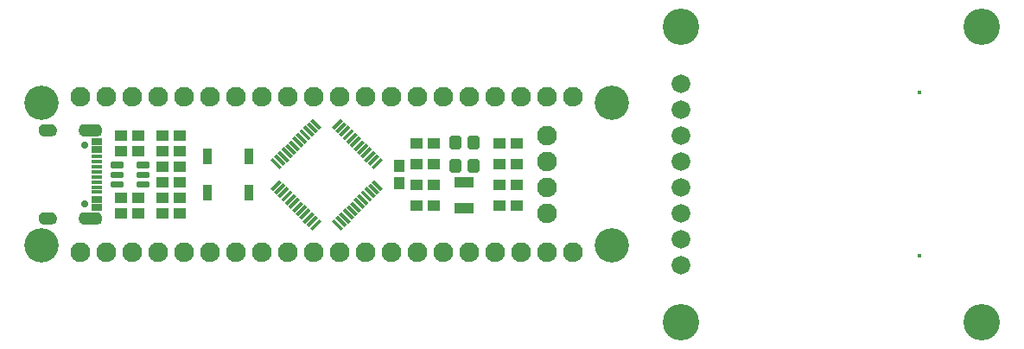
<source format=gbr>
G04 EAGLE Gerber RS-274X export*
G75*
%MOMM*%
%FSLAX34Y34*%
%LPD*%
%INSoldermask Top*%
%IPPOS*%
%AMOC8*
5,1,8,0,0,1.08239X$1,22.5*%
G01*
%ADD10R,0.350800X1.250800*%
%ADD11R,1.250800X0.350800*%
%ADD12R,1.050800X0.350800*%
%ADD13R,1.050800X0.650800*%
%ADD14C,0.700800*%
%ADD15R,1.150800X1.050800*%
%ADD16C,0.414550*%
%ADD17R,1.050800X1.150800*%
%ADD18C,0.598416*%
%ADD19C,1.930400*%
%ADD20R,0.950800X1.650800*%
%ADD21R,1.850800X1.050800*%
%ADD22C,0.450800*%
%ADD23C,1.828800*%
%ADD24C,3.566800*%
%ADD25C,3.352800*%

G36*
X-225446Y37154D02*
X-225446Y37154D01*
X-225443Y37151D01*
X-224321Y37306D01*
X-224316Y37311D01*
X-224312Y37308D01*
X-223241Y37679D01*
X-223237Y37685D01*
X-223232Y37683D01*
X-222255Y38256D01*
X-222252Y38262D01*
X-222247Y38261D01*
X-221400Y39014D01*
X-221398Y39021D01*
X-221393Y39021D01*
X-220709Y39924D01*
X-220709Y39931D01*
X-220704Y39932D01*
X-220209Y40951D01*
X-220211Y40958D01*
X-220206Y40960D01*
X-219919Y42057D01*
X-219921Y42061D01*
X-219919Y42062D01*
X-219921Y42064D01*
X-219918Y42066D01*
X-219851Y43197D01*
X-219853Y43201D01*
X-219851Y43203D01*
X-219918Y44334D01*
X-219923Y44339D01*
X-219919Y44343D01*
X-220206Y45440D01*
X-220212Y45444D01*
X-220209Y45449D01*
X-220704Y46468D01*
X-220710Y46471D01*
X-220709Y46476D01*
X-221393Y47379D01*
X-221400Y47381D01*
X-221400Y47386D01*
X-222247Y48139D01*
X-222254Y48139D01*
X-222255Y48144D01*
X-223232Y48717D01*
X-223239Y48716D01*
X-223241Y48721D01*
X-224312Y49092D01*
X-224318Y49089D01*
X-224321Y49094D01*
X-225443Y49249D01*
X-225448Y49246D01*
X-225450Y49249D01*
X-237450Y49249D01*
X-237455Y49246D01*
X-237458Y49249D01*
X-238725Y49044D01*
X-238731Y49038D01*
X-238736Y49041D01*
X-239925Y48559D01*
X-239929Y48552D01*
X-239935Y48554D01*
X-240988Y47820D01*
X-240990Y47812D01*
X-240996Y47813D01*
X-241859Y46863D01*
X-241860Y46854D01*
X-241865Y46854D01*
X-242495Y45735D01*
X-242494Y45727D01*
X-242500Y45725D01*
X-242865Y44495D01*
X-242862Y44487D01*
X-242867Y44484D01*
X-242949Y43203D01*
X-242947Y43199D01*
X-242949Y43197D01*
X-242867Y41916D01*
X-242861Y41910D01*
X-242865Y41905D01*
X-242500Y40675D01*
X-242493Y40670D01*
X-242495Y40665D01*
X-241865Y39546D01*
X-241858Y39543D01*
X-241859Y39537D01*
X-240996Y38587D01*
X-240988Y38586D01*
X-240988Y38580D01*
X-239935Y37846D01*
X-239927Y37846D01*
X-239925Y37841D01*
X-238736Y37359D01*
X-238728Y37361D01*
X-238725Y37356D01*
X-237458Y37151D01*
X-237453Y37154D01*
X-237450Y37151D01*
X-225450Y37151D01*
X-225446Y37154D01*
G37*
G36*
X-225446Y-49246D02*
X-225446Y-49246D01*
X-225443Y-49249D01*
X-224321Y-49094D01*
X-224316Y-49089D01*
X-224312Y-49092D01*
X-223241Y-48721D01*
X-223237Y-48715D01*
X-223232Y-48717D01*
X-222255Y-48144D01*
X-222252Y-48138D01*
X-222247Y-48139D01*
X-221400Y-47386D01*
X-221398Y-47379D01*
X-221393Y-47379D01*
X-220709Y-46476D01*
X-220709Y-46469D01*
X-220704Y-46468D01*
X-220209Y-45449D01*
X-220211Y-45442D01*
X-220206Y-45440D01*
X-219919Y-44343D01*
X-219921Y-44339D01*
X-219919Y-44338D01*
X-219921Y-44336D01*
X-219918Y-44334D01*
X-219851Y-43203D01*
X-219853Y-43199D01*
X-219851Y-43197D01*
X-219918Y-42066D01*
X-219923Y-42061D01*
X-219919Y-42057D01*
X-220206Y-40960D01*
X-220212Y-40956D01*
X-220209Y-40951D01*
X-220704Y-39932D01*
X-220710Y-39929D01*
X-220709Y-39924D01*
X-221393Y-39021D01*
X-221400Y-39019D01*
X-221400Y-39014D01*
X-222247Y-38261D01*
X-222254Y-38261D01*
X-222255Y-38256D01*
X-223232Y-37683D01*
X-223239Y-37684D01*
X-223241Y-37679D01*
X-224312Y-37308D01*
X-224318Y-37311D01*
X-224321Y-37306D01*
X-225443Y-37151D01*
X-225448Y-37154D01*
X-225450Y-37151D01*
X-237450Y-37151D01*
X-237455Y-37154D01*
X-237458Y-37151D01*
X-238725Y-37356D01*
X-238731Y-37362D01*
X-238736Y-37359D01*
X-239925Y-37841D01*
X-239929Y-37848D01*
X-239935Y-37846D01*
X-240988Y-38580D01*
X-240990Y-38588D01*
X-240996Y-38587D01*
X-241859Y-39537D01*
X-241860Y-39546D01*
X-241865Y-39546D01*
X-242495Y-40665D01*
X-242494Y-40673D01*
X-242500Y-40675D01*
X-242865Y-41905D01*
X-242862Y-41913D01*
X-242867Y-41916D01*
X-242949Y-43197D01*
X-242947Y-43201D01*
X-242949Y-43203D01*
X-242867Y-44484D01*
X-242861Y-44490D01*
X-242865Y-44495D01*
X-242500Y-45725D01*
X-242493Y-45730D01*
X-242495Y-45735D01*
X-241865Y-46854D01*
X-241858Y-46857D01*
X-241859Y-46863D01*
X-240996Y-47813D01*
X-240988Y-47814D01*
X-240988Y-47820D01*
X-239935Y-48554D01*
X-239927Y-48554D01*
X-239925Y-48559D01*
X-238736Y-49041D01*
X-238728Y-49039D01*
X-238725Y-49044D01*
X-237458Y-49249D01*
X-237453Y-49246D01*
X-237450Y-49249D01*
X-225450Y-49249D01*
X-225446Y-49246D01*
G37*
G36*
X-270247Y37153D02*
X-270247Y37153D01*
X-270245Y37151D01*
X-269069Y37262D01*
X-269064Y37267D01*
X-269060Y37264D01*
X-267928Y37602D01*
X-267924Y37608D01*
X-267919Y37606D01*
X-266875Y38158D01*
X-266872Y38165D01*
X-266867Y38163D01*
X-265951Y38909D01*
X-265950Y38916D01*
X-265944Y38916D01*
X-265191Y39826D01*
X-265191Y39833D01*
X-265186Y39834D01*
X-264625Y40873D01*
X-264626Y40878D01*
X-264622Y40880D01*
X-264623Y40881D01*
X-264621Y40882D01*
X-264274Y42011D01*
X-264274Y42012D01*
X-264273Y42013D01*
X-264276Y42017D01*
X-264272Y42020D01*
X-264151Y43195D01*
X-264155Y43202D01*
X-264151Y43206D01*
X-264308Y44546D01*
X-264313Y44552D01*
X-264310Y44557D01*
X-264761Y45828D01*
X-264768Y45833D01*
X-264766Y45838D01*
X-265488Y46977D01*
X-265496Y46980D01*
X-265495Y46986D01*
X-266453Y47936D01*
X-266461Y47937D01*
X-266462Y47943D01*
X-267607Y48656D01*
X-267616Y48655D01*
X-267617Y48661D01*
X-268893Y49101D01*
X-268900Y49099D01*
X-268903Y49103D01*
X-270245Y49249D01*
X-270248Y49247D01*
X-270250Y49249D01*
X-276250Y49249D01*
X-276254Y49247D01*
X-276256Y49249D01*
X-277585Y49094D01*
X-277591Y49088D01*
X-277595Y49091D01*
X-278856Y48644D01*
X-278861Y48637D01*
X-278866Y48639D01*
X-279996Y47922D01*
X-279999Y47915D01*
X-280005Y47916D01*
X-280947Y46966D01*
X-280948Y46957D01*
X-280954Y46957D01*
X-281661Y45821D01*
X-281660Y45813D01*
X-281666Y45811D01*
X-282102Y44546D01*
X-282100Y44538D01*
X-282105Y44536D01*
X-282249Y43205D01*
X-282245Y43199D01*
X-282249Y43195D01*
X-282139Y42029D01*
X-282134Y42024D01*
X-282137Y42020D01*
X-281802Y40897D01*
X-281796Y40893D01*
X-281798Y40889D01*
X-281250Y39853D01*
X-281244Y39850D01*
X-281245Y39845D01*
X-280506Y38937D01*
X-280499Y38935D01*
X-280499Y38930D01*
X-279597Y38183D01*
X-279590Y38183D01*
X-279589Y38178D01*
X-278558Y37621D01*
X-278551Y37622D01*
X-278549Y37617D01*
X-277430Y37273D01*
X-277423Y37275D01*
X-277420Y37271D01*
X-276255Y37151D01*
X-276252Y37153D01*
X-276250Y37151D01*
X-270250Y37151D01*
X-270247Y37153D01*
G37*
G36*
X-270247Y-49247D02*
X-270247Y-49247D01*
X-270245Y-49249D01*
X-269069Y-49138D01*
X-269064Y-49133D01*
X-269060Y-49136D01*
X-267928Y-48798D01*
X-267924Y-48792D01*
X-267919Y-48794D01*
X-266875Y-48242D01*
X-266872Y-48235D01*
X-266867Y-48237D01*
X-265951Y-47491D01*
X-265950Y-47484D01*
X-265944Y-47484D01*
X-265191Y-46575D01*
X-265191Y-46567D01*
X-265186Y-46567D01*
X-264625Y-45527D01*
X-264626Y-45522D01*
X-264622Y-45520D01*
X-264623Y-45519D01*
X-264621Y-45518D01*
X-264274Y-44389D01*
X-264274Y-44388D01*
X-264273Y-44387D01*
X-264276Y-44383D01*
X-264272Y-44380D01*
X-264151Y-43205D01*
X-264155Y-43198D01*
X-264151Y-43194D01*
X-264308Y-41854D01*
X-264313Y-41848D01*
X-264310Y-41843D01*
X-264761Y-40572D01*
X-264768Y-40567D01*
X-264766Y-40562D01*
X-265488Y-39423D01*
X-265496Y-39420D01*
X-265495Y-39414D01*
X-266453Y-38464D01*
X-266461Y-38463D01*
X-266462Y-38457D01*
X-267607Y-37744D01*
X-267616Y-37745D01*
X-267617Y-37739D01*
X-268893Y-37299D01*
X-268900Y-37301D01*
X-268903Y-37297D01*
X-270245Y-37151D01*
X-270248Y-37153D01*
X-270250Y-37151D01*
X-276250Y-37151D01*
X-276254Y-37153D01*
X-276256Y-37151D01*
X-277585Y-37306D01*
X-277591Y-37312D01*
X-277595Y-37309D01*
X-278856Y-37756D01*
X-278861Y-37763D01*
X-278866Y-37761D01*
X-279996Y-38478D01*
X-279999Y-38485D01*
X-280005Y-38484D01*
X-280947Y-39435D01*
X-280948Y-39443D01*
X-280954Y-39443D01*
X-281661Y-40579D01*
X-281660Y-40587D01*
X-281666Y-40589D01*
X-282102Y-41854D01*
X-282100Y-41862D01*
X-282105Y-41865D01*
X-282249Y-43195D01*
X-282245Y-43201D01*
X-282249Y-43205D01*
X-282139Y-44371D01*
X-282134Y-44376D01*
X-282137Y-44380D01*
X-281802Y-45503D01*
X-281796Y-45507D01*
X-281798Y-45511D01*
X-281250Y-46547D01*
X-281244Y-46550D01*
X-281245Y-46555D01*
X-280506Y-47463D01*
X-280499Y-47465D01*
X-280499Y-47470D01*
X-279597Y-48217D01*
X-279590Y-48217D01*
X-279589Y-48223D01*
X-278558Y-48779D01*
X-278551Y-48778D01*
X-278549Y-48783D01*
X-277430Y-49127D01*
X-277423Y-49125D01*
X-277420Y-49129D01*
X-276255Y-49249D01*
X-276252Y-49247D01*
X-276250Y-49249D01*
X-270250Y-49249D01*
X-270247Y-49247D01*
G37*
D10*
G36*
X52678Y16269D02*
X55159Y13788D01*
X46316Y4945D01*
X43835Y7426D01*
X52678Y16269D01*
G37*
G36*
X49143Y19804D02*
X51624Y17323D01*
X42781Y8480D01*
X40300Y10961D01*
X49143Y19804D01*
G37*
G36*
X45607Y23340D02*
X48088Y20859D01*
X39245Y12016D01*
X36764Y14497D01*
X45607Y23340D01*
G37*
G36*
X42072Y26875D02*
X44553Y24394D01*
X35710Y15551D01*
X33229Y18032D01*
X42072Y26875D01*
G37*
G36*
X38536Y30411D02*
X41017Y27930D01*
X32174Y19087D01*
X29693Y21568D01*
X38536Y30411D01*
G37*
G36*
X35001Y33946D02*
X37482Y31465D01*
X28639Y22622D01*
X26158Y25103D01*
X35001Y33946D01*
G37*
G36*
X31465Y37482D02*
X33946Y35001D01*
X25103Y26158D01*
X22622Y28639D01*
X31465Y37482D01*
G37*
G36*
X27930Y41017D02*
X30411Y38536D01*
X21568Y29693D01*
X19087Y32174D01*
X27930Y41017D01*
G37*
G36*
X24394Y44553D02*
X26875Y42072D01*
X18032Y33229D01*
X15551Y35710D01*
X24394Y44553D01*
G37*
G36*
X20859Y48088D02*
X23340Y45607D01*
X14497Y36764D01*
X12016Y39245D01*
X20859Y48088D01*
G37*
G36*
X17323Y51624D02*
X19804Y49143D01*
X10961Y40300D01*
X8480Y42781D01*
X17323Y51624D01*
G37*
G36*
X13788Y55159D02*
X16269Y52678D01*
X7426Y43835D01*
X4945Y46316D01*
X13788Y55159D01*
G37*
D11*
G36*
X-13788Y55159D02*
X-4945Y46316D01*
X-7426Y43835D01*
X-16269Y52678D01*
X-13788Y55159D01*
G37*
G36*
X-17323Y51624D02*
X-8480Y42781D01*
X-10961Y40300D01*
X-19804Y49143D01*
X-17323Y51624D01*
G37*
G36*
X-20859Y48088D02*
X-12016Y39245D01*
X-14497Y36764D01*
X-23340Y45607D01*
X-20859Y48088D01*
G37*
G36*
X-24394Y44553D02*
X-15551Y35710D01*
X-18032Y33229D01*
X-26875Y42072D01*
X-24394Y44553D01*
G37*
G36*
X-27930Y41017D02*
X-19087Y32174D01*
X-21568Y29693D01*
X-30411Y38536D01*
X-27930Y41017D01*
G37*
G36*
X-31465Y37482D02*
X-22622Y28639D01*
X-25103Y26158D01*
X-33946Y35001D01*
X-31465Y37482D01*
G37*
G36*
X-35001Y33946D02*
X-26158Y25103D01*
X-28639Y22622D01*
X-37482Y31465D01*
X-35001Y33946D01*
G37*
G36*
X-38536Y30411D02*
X-29693Y21568D01*
X-32174Y19087D01*
X-41017Y27930D01*
X-38536Y30411D01*
G37*
G36*
X-42072Y26875D02*
X-33229Y18032D01*
X-35710Y15551D01*
X-44553Y24394D01*
X-42072Y26875D01*
G37*
G36*
X-45607Y23340D02*
X-36764Y14497D01*
X-39245Y12016D01*
X-48088Y20859D01*
X-45607Y23340D01*
G37*
G36*
X-49143Y19804D02*
X-40300Y10961D01*
X-42781Y8480D01*
X-51624Y17323D01*
X-49143Y19804D01*
G37*
G36*
X-52678Y16269D02*
X-43835Y7426D01*
X-46316Y4945D01*
X-55159Y13788D01*
X-52678Y16269D01*
G37*
D10*
G36*
X-46316Y-4945D02*
X-43835Y-7426D01*
X-52678Y-16269D01*
X-55159Y-13788D01*
X-46316Y-4945D01*
G37*
G36*
X-42781Y-8480D02*
X-40300Y-10961D01*
X-49143Y-19804D01*
X-51624Y-17323D01*
X-42781Y-8480D01*
G37*
G36*
X-39245Y-12016D02*
X-36764Y-14497D01*
X-45607Y-23340D01*
X-48088Y-20859D01*
X-39245Y-12016D01*
G37*
G36*
X-35710Y-15551D02*
X-33229Y-18032D01*
X-42072Y-26875D01*
X-44553Y-24394D01*
X-35710Y-15551D01*
G37*
G36*
X-32174Y-19087D02*
X-29693Y-21568D01*
X-38536Y-30411D01*
X-41017Y-27930D01*
X-32174Y-19087D01*
G37*
G36*
X-28639Y-22622D02*
X-26158Y-25103D01*
X-35001Y-33946D01*
X-37482Y-31465D01*
X-28639Y-22622D01*
G37*
G36*
X-25103Y-26158D02*
X-22622Y-28639D01*
X-31465Y-37482D01*
X-33946Y-35001D01*
X-25103Y-26158D01*
G37*
G36*
X-21568Y-29693D02*
X-19087Y-32174D01*
X-27930Y-41017D01*
X-30411Y-38536D01*
X-21568Y-29693D01*
G37*
G36*
X-18032Y-33229D02*
X-15551Y-35710D01*
X-24394Y-44553D01*
X-26875Y-42072D01*
X-18032Y-33229D01*
G37*
G36*
X-14497Y-36764D02*
X-12016Y-39245D01*
X-20859Y-48088D01*
X-23340Y-45607D01*
X-14497Y-36764D01*
G37*
G36*
X-10961Y-40300D02*
X-8480Y-42781D01*
X-17323Y-51624D01*
X-19804Y-49143D01*
X-10961Y-40300D01*
G37*
G36*
X-7426Y-43835D02*
X-4945Y-46316D01*
X-13788Y-55159D01*
X-16269Y-52678D01*
X-7426Y-43835D01*
G37*
D11*
G36*
X7426Y-43835D02*
X16269Y-52678D01*
X13788Y-55159D01*
X4945Y-46316D01*
X7426Y-43835D01*
G37*
G36*
X10961Y-40300D02*
X19804Y-49143D01*
X17323Y-51624D01*
X8480Y-42781D01*
X10961Y-40300D01*
G37*
G36*
X14497Y-36764D02*
X23340Y-45607D01*
X20859Y-48088D01*
X12016Y-39245D01*
X14497Y-36764D01*
G37*
G36*
X18032Y-33229D02*
X26875Y-42072D01*
X24394Y-44553D01*
X15551Y-35710D01*
X18032Y-33229D01*
G37*
G36*
X21568Y-29693D02*
X30411Y-38536D01*
X27930Y-41017D01*
X19087Y-32174D01*
X21568Y-29693D01*
G37*
G36*
X25103Y-26158D02*
X33946Y-35001D01*
X31465Y-37482D01*
X22622Y-28639D01*
X25103Y-26158D01*
G37*
G36*
X28639Y-22622D02*
X37482Y-31465D01*
X35001Y-33946D01*
X26158Y-25103D01*
X28639Y-22622D01*
G37*
G36*
X32174Y-19087D02*
X41017Y-27930D01*
X38536Y-30411D01*
X29693Y-21568D01*
X32174Y-19087D01*
G37*
G36*
X35710Y-15551D02*
X44553Y-24394D01*
X42072Y-26875D01*
X33229Y-18032D01*
X35710Y-15551D01*
G37*
G36*
X39245Y-12016D02*
X48088Y-20859D01*
X45607Y-23340D01*
X36764Y-14497D01*
X39245Y-12016D01*
G37*
G36*
X42781Y-8480D02*
X51624Y-17323D01*
X49143Y-19804D01*
X40300Y-10961D01*
X42781Y-8480D01*
G37*
G36*
X46316Y-4945D02*
X55159Y-13788D01*
X52678Y-16269D01*
X43835Y-7426D01*
X46316Y-4945D01*
G37*
D12*
X-225650Y-7500D03*
X-225650Y-2500D03*
D13*
X-225650Y-32250D03*
X-225650Y-24500D03*
D12*
X-225650Y-17500D03*
X-225650Y-12500D03*
X-225650Y7500D03*
X-225650Y2500D03*
D13*
X-225650Y32250D03*
X-225650Y24500D03*
D12*
X-225650Y17500D03*
X-225650Y12500D03*
D14*
X-236700Y28900D03*
X-236700Y-28900D03*
D15*
X-184540Y38100D03*
X-201540Y38100D03*
X-160900Y7620D03*
X-143900Y7620D03*
X-143900Y-38100D03*
X-160900Y-38100D03*
X-160900Y38100D03*
X-143900Y38100D03*
X-143900Y22860D03*
X-160900Y22860D03*
D16*
X-175858Y-8569D02*
X-175858Y-10431D01*
X-184220Y-10431D01*
X-184220Y-8569D01*
X-175858Y-8569D01*
X-175858Y-931D02*
X-175858Y931D01*
X-175858Y-931D02*
X-184220Y-931D01*
X-184220Y931D01*
X-175858Y931D01*
X-175858Y8569D02*
X-175858Y10431D01*
X-175858Y8569D02*
X-184220Y8569D01*
X-184220Y10431D01*
X-175858Y10431D01*
X-201860Y10431D02*
X-201860Y8569D01*
X-210222Y8569D01*
X-210222Y10431D01*
X-201860Y10431D01*
X-201860Y-8569D02*
X-201860Y-10431D01*
X-210222Y-10431D01*
X-210222Y-8569D01*
X-201860Y-8569D01*
X-210222Y-931D02*
X-210222Y931D01*
X-201860Y931D01*
X-201860Y-931D01*
X-210222Y-931D01*
D17*
X71120Y8500D03*
X71120Y-8500D03*
D15*
X88020Y-30480D03*
X105020Y-30480D03*
X88020Y-10160D03*
X105020Y-10160D03*
X88020Y30480D03*
X105020Y30480D03*
D18*
X140858Y28058D02*
X140858Y35582D01*
X146382Y35582D01*
X146382Y28058D01*
X140858Y28058D01*
X140858Y33743D02*
X146382Y33743D01*
X122858Y12582D02*
X122858Y5058D01*
X122858Y12582D02*
X128382Y12582D01*
X128382Y5058D01*
X122858Y5058D01*
X122858Y10743D02*
X128382Y10743D01*
X140858Y12582D02*
X140858Y5058D01*
X140858Y12582D02*
X146382Y12582D01*
X146382Y5058D01*
X140858Y5058D01*
X140858Y10743D02*
X146382Y10743D01*
X122858Y28058D02*
X122858Y35582D01*
X128382Y35582D01*
X128382Y28058D01*
X122858Y28058D01*
X122858Y33743D02*
X128382Y33743D01*
D15*
X88020Y10160D03*
X105020Y10160D03*
X186300Y10160D03*
X169300Y10160D03*
X186300Y-10160D03*
X169300Y-10160D03*
D19*
X241300Y-76200D03*
X215900Y-76200D03*
X190500Y-76200D03*
X165100Y-76200D03*
X139700Y-76200D03*
X114300Y-76200D03*
X88900Y-76200D03*
X63500Y-76200D03*
X38100Y-76200D03*
X12700Y-76200D03*
X-12700Y-76200D03*
X-38100Y-76200D03*
X-63500Y-76200D03*
X-88900Y-76200D03*
X-114300Y-76200D03*
X-139700Y-76200D03*
X-165100Y-76200D03*
X-190500Y-76200D03*
X-215900Y-76200D03*
X-241300Y-76200D03*
X241300Y76200D03*
X215900Y76200D03*
X190500Y76200D03*
X165100Y76200D03*
X139700Y76200D03*
X114300Y76200D03*
X88900Y76200D03*
X63500Y76200D03*
X38100Y76200D03*
X12700Y76200D03*
X-12700Y76200D03*
X-38100Y76200D03*
X-63500Y76200D03*
X-88900Y76200D03*
X-114300Y76200D03*
X-139700Y76200D03*
X-165100Y76200D03*
X-190500Y76200D03*
X-215900Y76200D03*
X-241300Y76200D03*
X215900Y-38100D03*
X215900Y-12700D03*
X215900Y12700D03*
X215900Y38100D03*
D15*
X-201540Y22860D03*
X-184540Y22860D03*
X-201540Y-22860D03*
X-184540Y-22860D03*
X-160900Y-22860D03*
X-143900Y-22860D03*
X-160900Y-7620D03*
X-143900Y-7620D03*
D20*
X-76020Y-17780D03*
X-117020Y-17780D03*
X-76020Y17780D03*
X-117020Y17780D03*
D15*
X-201540Y-38100D03*
X-184540Y-38100D03*
D21*
X134620Y-7820D03*
X134620Y-32820D03*
D15*
X169300Y30480D03*
X186300Y30480D03*
X169300Y-30480D03*
X186300Y-30480D03*
D22*
X580910Y-79740D03*
X580910Y80260D03*
D23*
X347530Y-89160D03*
X347530Y-63760D03*
X347530Y-38360D03*
X347530Y-12960D03*
X347530Y12440D03*
X347530Y37840D03*
X347530Y63240D03*
X347530Y88640D03*
D24*
X346830Y144740D03*
X641830Y-145260D03*
X641830Y144740D03*
X346830Y-145260D03*
D25*
X-279400Y69850D03*
X-279400Y-69850D03*
X279400Y-69850D03*
X279400Y69850D03*
M02*

</source>
